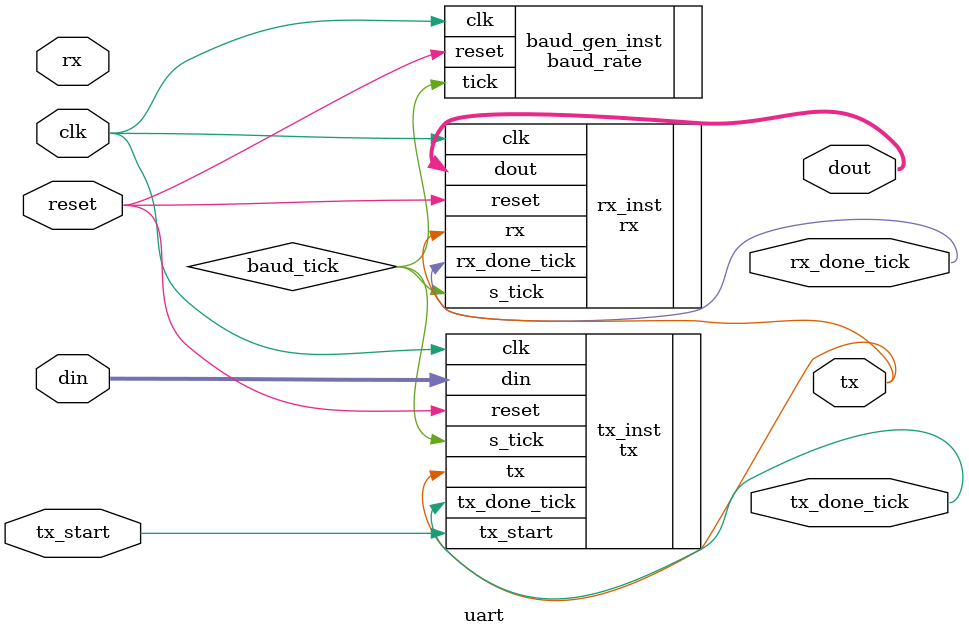
<source format=sv>
`timescale 1ns / 1ps


module uart
#(
    parameter DBIT = 8,         // # data bits
    parameter SB_TICK = 16,     // # ticks for stop bits
    parameter DVSR = 10,      // Divisor ì-Baud Rate (ìîùì òáåø 9600bps òí ùòåï 50MHz)
    parameter DVSR_BIT = 13     // îñôø äáéèéí òáåø ä-Divisor
  )
  (
    input  logic clk, reset,
    input  logic tx_start,        // ùãø äúçìä
    input  logic [7:0] din,       // ðúåðé ÷ìè ìùéãåø
    output logic tx_done_tick,     // ùãø ñéåí
    output logic tx,               // ùãø ðúåðéí
    input  logic rx,               // ÷ìéèú ðúåðéí
    output logic rx_done_tick,     // ÷ìéèú ñéåí
    output logic [7:0] dout        // ðúåðé ôìè îä÷ìéèä
  );

  // îåãåì Baud Rate
  logic baud_tick;
  baud_rate #(.dvsr(DVSR) )  baud_gen_inst (
    .clk(clk),
    .reset(reset),
    .tick(baud_tick)
  );

  // îåãåì TX (ùéãåø)
  logic [7:0] tx_data;
  tx #(.DBIT(DBIT), .SB_TICK(SB_TICK)) tx_inst (
    .clk(clk),
    .reset(reset),
    .tx_start(tx_start),
    .s_tick(baud_tick),
    .din(din),
    .tx_done_tick(tx_done_tick),
    .tx(tx)
  );

  // îåãåì RX (÷ìéèä)
  rx #(.DBIT(DBIT), .SB_TICK(SB_TICK)) rx_inst (
    .clk(clk),
    .reset(reset),
    .rx(tx),
    .s_tick(baud_tick),
    .rx_done_tick(rx_done_tick),
    .dout(dout)
  );

endmodule

</source>
